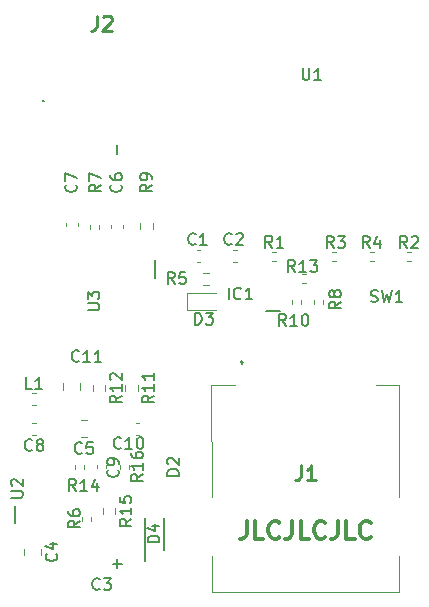
<source format=gbr>
%TF.GenerationSoftware,KiCad,Pcbnew,6.0.0-d3dd2cf0fa~116~ubuntu20.04.1*%
%TF.CreationDate,2022-01-26T20:55:18+01:00*%
%TF.ProjectId,han_to_wifi_board,68616e5f-746f-45f7-9769-66695f626f61,rev?*%
%TF.SameCoordinates,Original*%
%TF.FileFunction,Legend,Top*%
%TF.FilePolarity,Positive*%
%FSLAX46Y46*%
G04 Gerber Fmt 4.6, Leading zero omitted, Abs format (unit mm)*
G04 Created by KiCad (PCBNEW 6.0.0-d3dd2cf0fa~116~ubuntu20.04.1) date 2022-01-26 20:55:18*
%MOMM*%
%LPD*%
G01*
G04 APERTURE LIST*
%ADD10C,0.300000*%
%ADD11C,0.254000*%
%ADD12C,0.150000*%
%ADD13C,0.200000*%
%ADD14C,0.120000*%
%ADD15C,0.100000*%
G04 APERTURE END LIST*
D10*
X131652000Y-144974571D02*
X131652000Y-146046000D01*
X131580571Y-146260285D01*
X131437714Y-146403142D01*
X131223428Y-146474571D01*
X131080571Y-146474571D01*
X133080571Y-146474571D02*
X132366285Y-146474571D01*
X132366285Y-144974571D01*
X134437714Y-146331714D02*
X134366285Y-146403142D01*
X134152000Y-146474571D01*
X134009142Y-146474571D01*
X133794857Y-146403142D01*
X133652000Y-146260285D01*
X133580571Y-146117428D01*
X133509142Y-145831714D01*
X133509142Y-145617428D01*
X133580571Y-145331714D01*
X133652000Y-145188857D01*
X133794857Y-145046000D01*
X134009142Y-144974571D01*
X134152000Y-144974571D01*
X134366285Y-145046000D01*
X134437714Y-145117428D01*
X135509142Y-144974571D02*
X135509142Y-146046000D01*
X135437714Y-146260285D01*
X135294857Y-146403142D01*
X135080571Y-146474571D01*
X134937714Y-146474571D01*
X136937714Y-146474571D02*
X136223428Y-146474571D01*
X136223428Y-144974571D01*
X138294857Y-146331714D02*
X138223428Y-146403142D01*
X138009142Y-146474571D01*
X137866285Y-146474571D01*
X137652000Y-146403142D01*
X137509142Y-146260285D01*
X137437714Y-146117428D01*
X137366285Y-145831714D01*
X137366285Y-145617428D01*
X137437714Y-145331714D01*
X137509142Y-145188857D01*
X137652000Y-145046000D01*
X137866285Y-144974571D01*
X138009142Y-144974571D01*
X138223428Y-145046000D01*
X138294857Y-145117428D01*
X139366285Y-144974571D02*
X139366285Y-146046000D01*
X139294857Y-146260285D01*
X139152000Y-146403142D01*
X138937714Y-146474571D01*
X138794857Y-146474571D01*
X140794857Y-146474571D02*
X140080571Y-146474571D01*
X140080571Y-144974571D01*
X142152000Y-146331714D02*
X142080571Y-146403142D01*
X141866285Y-146474571D01*
X141723428Y-146474571D01*
X141509142Y-146403142D01*
X141366285Y-146260285D01*
X141294857Y-146117428D01*
X141223428Y-145831714D01*
X141223428Y-145617428D01*
X141294857Y-145331714D01*
X141366285Y-145188857D01*
X141509142Y-145046000D01*
X141723428Y-144974571D01*
X141866285Y-144974571D01*
X142080571Y-145046000D01*
X142152000Y-145117428D01*
D11*
%TO.C,J2*%
X118956666Y-102181523D02*
X118956666Y-103088666D01*
X118896190Y-103270095D01*
X118775238Y-103391047D01*
X118593809Y-103451523D01*
X118472857Y-103451523D01*
X119500952Y-102302476D02*
X119561428Y-102242000D01*
X119682380Y-102181523D01*
X119984761Y-102181523D01*
X120105714Y-102242000D01*
X120166190Y-102302476D01*
X120226666Y-102423428D01*
X120226666Y-102544380D01*
X120166190Y-102725809D01*
X119440476Y-103451523D01*
X120226666Y-103451523D01*
D12*
%TO.C,C3*%
X119213333Y-150725142D02*
X119165714Y-150772761D01*
X119022857Y-150820380D01*
X118927619Y-150820380D01*
X118784761Y-150772761D01*
X118689523Y-150677523D01*
X118641904Y-150582285D01*
X118594285Y-150391809D01*
X118594285Y-150248952D01*
X118641904Y-150058476D01*
X118689523Y-149963238D01*
X118784761Y-149868000D01*
X118927619Y-149820380D01*
X119022857Y-149820380D01*
X119165714Y-149868000D01*
X119213333Y-149915619D01*
X119546666Y-149820380D02*
X120165714Y-149820380D01*
X119832380Y-150201333D01*
X119975238Y-150201333D01*
X120070476Y-150248952D01*
X120118095Y-150296571D01*
X120165714Y-150391809D01*
X120165714Y-150629904D01*
X120118095Y-150725142D01*
X120070476Y-150772761D01*
X119975238Y-150820380D01*
X119689523Y-150820380D01*
X119594285Y-150772761D01*
X119546666Y-150725142D01*
X120721428Y-148970952D02*
X120721428Y-148209047D01*
X121102380Y-148590000D02*
X120340476Y-148590000D01*
X120721428Y-113918952D02*
X120721428Y-113157047D01*
%TO.C,IC1*%
X130138609Y-126207780D02*
X130138609Y-125207780D01*
X131186228Y-126112542D02*
X131138609Y-126160161D01*
X130995752Y-126207780D01*
X130900514Y-126207780D01*
X130757657Y-126160161D01*
X130662419Y-126064923D01*
X130614800Y-125969685D01*
X130567180Y-125779209D01*
X130567180Y-125636352D01*
X130614800Y-125445876D01*
X130662419Y-125350638D01*
X130757657Y-125255400D01*
X130900514Y-125207780D01*
X130995752Y-125207780D01*
X131138609Y-125255400D01*
X131186228Y-125303019D01*
X132138609Y-126207780D02*
X131567180Y-126207780D01*
X131852895Y-126207780D02*
X131852895Y-125207780D01*
X131757657Y-125350638D01*
X131662419Y-125445876D01*
X131567180Y-125493495D01*
%TO.C,SW1*%
X142176666Y-126388761D02*
X142319523Y-126436380D01*
X142557619Y-126436380D01*
X142652857Y-126388761D01*
X142700476Y-126341142D01*
X142748095Y-126245904D01*
X142748095Y-126150666D01*
X142700476Y-126055428D01*
X142652857Y-126007809D01*
X142557619Y-125960190D01*
X142367142Y-125912571D01*
X142271904Y-125864952D01*
X142224285Y-125817333D01*
X142176666Y-125722095D01*
X142176666Y-125626857D01*
X142224285Y-125531619D01*
X142271904Y-125484000D01*
X142367142Y-125436380D01*
X142605238Y-125436380D01*
X142748095Y-125484000D01*
X143081428Y-125436380D02*
X143319523Y-126436380D01*
X143510000Y-125722095D01*
X143700476Y-126436380D01*
X143938571Y-125436380D01*
X144843333Y-126436380D02*
X144271904Y-126436380D01*
X144557619Y-126436380D02*
X144557619Y-125436380D01*
X144462380Y-125579238D01*
X144367142Y-125674476D01*
X144271904Y-125722095D01*
%TO.C,U1*%
X136398095Y-106640380D02*
X136398095Y-107449904D01*
X136445714Y-107545142D01*
X136493333Y-107592761D01*
X136588571Y-107640380D01*
X136779047Y-107640380D01*
X136874285Y-107592761D01*
X136921904Y-107545142D01*
X136969523Y-107449904D01*
X136969523Y-106640380D01*
X137969523Y-107640380D02*
X137398095Y-107640380D01*
X137683809Y-107640380D02*
X137683809Y-106640380D01*
X137588571Y-106783238D01*
X137493333Y-106878476D01*
X137398095Y-106926095D01*
%TO.C,U3*%
X118197380Y-127126904D02*
X119006904Y-127126904D01*
X119102142Y-127079285D01*
X119149761Y-127031666D01*
X119197380Y-126936428D01*
X119197380Y-126745952D01*
X119149761Y-126650714D01*
X119102142Y-126603095D01*
X119006904Y-126555476D01*
X118197380Y-126555476D01*
X118197380Y-126174523D02*
X118197380Y-125555476D01*
X118578333Y-125888809D01*
X118578333Y-125745952D01*
X118625952Y-125650714D01*
X118673571Y-125603095D01*
X118768809Y-125555476D01*
X119006904Y-125555476D01*
X119102142Y-125603095D01*
X119149761Y-125650714D01*
X119197380Y-125745952D01*
X119197380Y-126031666D01*
X119149761Y-126126904D01*
X119102142Y-126174523D01*
%TO.C,C9*%
X120753142Y-140628666D02*
X120800761Y-140676285D01*
X120848380Y-140819142D01*
X120848380Y-140914380D01*
X120800761Y-141057238D01*
X120705523Y-141152476D01*
X120610285Y-141200095D01*
X120419809Y-141247714D01*
X120276952Y-141247714D01*
X120086476Y-141200095D01*
X119991238Y-141152476D01*
X119896000Y-141057238D01*
X119848380Y-140914380D01*
X119848380Y-140819142D01*
X119896000Y-140676285D01*
X119943619Y-140628666D01*
X120848380Y-140152476D02*
X120848380Y-139962000D01*
X120800761Y-139866761D01*
X120753142Y-139819142D01*
X120610285Y-139723904D01*
X120419809Y-139676285D01*
X120038857Y-139676285D01*
X119943619Y-139723904D01*
X119896000Y-139771523D01*
X119848380Y-139866761D01*
X119848380Y-140057238D01*
X119896000Y-140152476D01*
X119943619Y-140200095D01*
X120038857Y-140247714D01*
X120276952Y-140247714D01*
X120372190Y-140200095D01*
X120419809Y-140152476D01*
X120467428Y-140057238D01*
X120467428Y-139866761D01*
X120419809Y-139771523D01*
X120372190Y-139723904D01*
X120276952Y-139676285D01*
%TO.C,C10*%
X121023142Y-138787142D02*
X120975523Y-138834761D01*
X120832666Y-138882380D01*
X120737428Y-138882380D01*
X120594571Y-138834761D01*
X120499333Y-138739523D01*
X120451714Y-138644285D01*
X120404095Y-138453809D01*
X120404095Y-138310952D01*
X120451714Y-138120476D01*
X120499333Y-138025238D01*
X120594571Y-137930000D01*
X120737428Y-137882380D01*
X120832666Y-137882380D01*
X120975523Y-137930000D01*
X121023142Y-137977619D01*
X121975523Y-138882380D02*
X121404095Y-138882380D01*
X121689809Y-138882380D02*
X121689809Y-137882380D01*
X121594571Y-138025238D01*
X121499333Y-138120476D01*
X121404095Y-138168095D01*
X122594571Y-137882380D02*
X122689809Y-137882380D01*
X122785047Y-137930000D01*
X122832666Y-137977619D01*
X122880285Y-138072857D01*
X122927904Y-138263333D01*
X122927904Y-138501428D01*
X122880285Y-138691904D01*
X122832666Y-138787142D01*
X122785047Y-138834761D01*
X122689809Y-138882380D01*
X122594571Y-138882380D01*
X122499333Y-138834761D01*
X122451714Y-138787142D01*
X122404095Y-138691904D01*
X122356476Y-138501428D01*
X122356476Y-138263333D01*
X122404095Y-138072857D01*
X122451714Y-137977619D01*
X122499333Y-137930000D01*
X122594571Y-137882380D01*
%TO.C,C7*%
X117197142Y-116498666D02*
X117244761Y-116546285D01*
X117292380Y-116689142D01*
X117292380Y-116784380D01*
X117244761Y-116927238D01*
X117149523Y-117022476D01*
X117054285Y-117070095D01*
X116863809Y-117117714D01*
X116720952Y-117117714D01*
X116530476Y-117070095D01*
X116435238Y-117022476D01*
X116340000Y-116927238D01*
X116292380Y-116784380D01*
X116292380Y-116689142D01*
X116340000Y-116546285D01*
X116387619Y-116498666D01*
X116292380Y-116165333D02*
X116292380Y-115498666D01*
X117292380Y-115927238D01*
%TO.C,C6*%
X121007142Y-116498666D02*
X121054761Y-116546285D01*
X121102380Y-116689142D01*
X121102380Y-116784380D01*
X121054761Y-116927238D01*
X120959523Y-117022476D01*
X120864285Y-117070095D01*
X120673809Y-117117714D01*
X120530952Y-117117714D01*
X120340476Y-117070095D01*
X120245238Y-117022476D01*
X120150000Y-116927238D01*
X120102380Y-116784380D01*
X120102380Y-116689142D01*
X120150000Y-116546285D01*
X120197619Y-116498666D01*
X120102380Y-115641523D02*
X120102380Y-115832000D01*
X120150000Y-115927238D01*
X120197619Y-115974857D01*
X120340476Y-116070095D01*
X120530952Y-116117714D01*
X120911904Y-116117714D01*
X121007142Y-116070095D01*
X121054761Y-116022476D01*
X121102380Y-115927238D01*
X121102380Y-115736761D01*
X121054761Y-115641523D01*
X121007142Y-115593904D01*
X120911904Y-115546285D01*
X120673809Y-115546285D01*
X120578571Y-115593904D01*
X120530952Y-115641523D01*
X120483333Y-115736761D01*
X120483333Y-115927238D01*
X120530952Y-116022476D01*
X120578571Y-116070095D01*
X120673809Y-116117714D01*
%TO.C,C2*%
X130389333Y-121515142D02*
X130341714Y-121562761D01*
X130198857Y-121610380D01*
X130103619Y-121610380D01*
X129960761Y-121562761D01*
X129865523Y-121467523D01*
X129817904Y-121372285D01*
X129770285Y-121181809D01*
X129770285Y-121038952D01*
X129817904Y-120848476D01*
X129865523Y-120753238D01*
X129960761Y-120658000D01*
X130103619Y-120610380D01*
X130198857Y-120610380D01*
X130341714Y-120658000D01*
X130389333Y-120705619D01*
X130770285Y-120705619D02*
X130817904Y-120658000D01*
X130913142Y-120610380D01*
X131151238Y-120610380D01*
X131246476Y-120658000D01*
X131294095Y-120705619D01*
X131341714Y-120800857D01*
X131341714Y-120896095D01*
X131294095Y-121038952D01*
X130722666Y-121610380D01*
X131341714Y-121610380D01*
%TO.C,C1*%
X127341333Y-121515142D02*
X127293714Y-121562761D01*
X127150857Y-121610380D01*
X127055619Y-121610380D01*
X126912761Y-121562761D01*
X126817523Y-121467523D01*
X126769904Y-121372285D01*
X126722285Y-121181809D01*
X126722285Y-121038952D01*
X126769904Y-120848476D01*
X126817523Y-120753238D01*
X126912761Y-120658000D01*
X127055619Y-120610380D01*
X127150857Y-120610380D01*
X127293714Y-120658000D01*
X127341333Y-120705619D01*
X128293714Y-121610380D02*
X127722285Y-121610380D01*
X128008000Y-121610380D02*
X128008000Y-120610380D01*
X127912761Y-120753238D01*
X127817523Y-120848476D01*
X127722285Y-120896095D01*
%TO.C,C8*%
X113498333Y-138947142D02*
X113450714Y-138994761D01*
X113307857Y-139042380D01*
X113212619Y-139042380D01*
X113069761Y-138994761D01*
X112974523Y-138899523D01*
X112926904Y-138804285D01*
X112879285Y-138613809D01*
X112879285Y-138470952D01*
X112926904Y-138280476D01*
X112974523Y-138185238D01*
X113069761Y-138090000D01*
X113212619Y-138042380D01*
X113307857Y-138042380D01*
X113450714Y-138090000D01*
X113498333Y-138137619D01*
X114069761Y-138470952D02*
X113974523Y-138423333D01*
X113926904Y-138375714D01*
X113879285Y-138280476D01*
X113879285Y-138232857D01*
X113926904Y-138137619D01*
X113974523Y-138090000D01*
X114069761Y-138042380D01*
X114260238Y-138042380D01*
X114355476Y-138090000D01*
X114403095Y-138137619D01*
X114450714Y-138232857D01*
X114450714Y-138280476D01*
X114403095Y-138375714D01*
X114355476Y-138423333D01*
X114260238Y-138470952D01*
X114069761Y-138470952D01*
X113974523Y-138518571D01*
X113926904Y-138566190D01*
X113879285Y-138661428D01*
X113879285Y-138851904D01*
X113926904Y-138947142D01*
X113974523Y-138994761D01*
X114069761Y-139042380D01*
X114260238Y-139042380D01*
X114355476Y-138994761D01*
X114403095Y-138947142D01*
X114450714Y-138851904D01*
X114450714Y-138661428D01*
X114403095Y-138566190D01*
X114355476Y-138518571D01*
X114260238Y-138470952D01*
%TO.C,C4*%
X115546142Y-147740666D02*
X115593761Y-147788285D01*
X115641380Y-147931142D01*
X115641380Y-148026380D01*
X115593761Y-148169238D01*
X115498523Y-148264476D01*
X115403285Y-148312095D01*
X115212809Y-148359714D01*
X115069952Y-148359714D01*
X114879476Y-148312095D01*
X114784238Y-148264476D01*
X114689000Y-148169238D01*
X114641380Y-148026380D01*
X114641380Y-147931142D01*
X114689000Y-147788285D01*
X114736619Y-147740666D01*
X114974714Y-146883523D02*
X115641380Y-146883523D01*
X114593761Y-147121619D02*
X115308047Y-147359714D01*
X115308047Y-146740666D01*
%TO.C,C5*%
X117710833Y-139197142D02*
X117663214Y-139244761D01*
X117520357Y-139292380D01*
X117425119Y-139292380D01*
X117282261Y-139244761D01*
X117187023Y-139149523D01*
X117139404Y-139054285D01*
X117091785Y-138863809D01*
X117091785Y-138720952D01*
X117139404Y-138530476D01*
X117187023Y-138435238D01*
X117282261Y-138340000D01*
X117425119Y-138292380D01*
X117520357Y-138292380D01*
X117663214Y-138340000D01*
X117710833Y-138387619D01*
X118615595Y-138292380D02*
X118139404Y-138292380D01*
X118091785Y-138768571D01*
X118139404Y-138720952D01*
X118234642Y-138673333D01*
X118472738Y-138673333D01*
X118567976Y-138720952D01*
X118615595Y-138768571D01*
X118663214Y-138863809D01*
X118663214Y-139101904D01*
X118615595Y-139197142D01*
X118567976Y-139244761D01*
X118472738Y-139292380D01*
X118234642Y-139292380D01*
X118139404Y-139244761D01*
X118091785Y-139197142D01*
%TO.C,C11*%
X117467142Y-131421142D02*
X117419523Y-131468761D01*
X117276666Y-131516380D01*
X117181428Y-131516380D01*
X117038571Y-131468761D01*
X116943333Y-131373523D01*
X116895714Y-131278285D01*
X116848095Y-131087809D01*
X116848095Y-130944952D01*
X116895714Y-130754476D01*
X116943333Y-130659238D01*
X117038571Y-130564000D01*
X117181428Y-130516380D01*
X117276666Y-130516380D01*
X117419523Y-130564000D01*
X117467142Y-130611619D01*
X118419523Y-131516380D02*
X117848095Y-131516380D01*
X118133809Y-131516380D02*
X118133809Y-130516380D01*
X118038571Y-130659238D01*
X117943333Y-130754476D01*
X117848095Y-130802095D01*
X119371904Y-131516380D02*
X118800476Y-131516380D01*
X119086190Y-131516380D02*
X119086190Y-130516380D01*
X118990952Y-130659238D01*
X118895714Y-130754476D01*
X118800476Y-130802095D01*
%TO.C,D2*%
X125928380Y-141135595D02*
X124928380Y-141135595D01*
X124928380Y-140897500D01*
X124976000Y-140754642D01*
X125071238Y-140659404D01*
X125166476Y-140611785D01*
X125356952Y-140564166D01*
X125499809Y-140564166D01*
X125690285Y-140611785D01*
X125785523Y-140659404D01*
X125880761Y-140754642D01*
X125928380Y-140897500D01*
X125928380Y-141135595D01*
X125023619Y-140183214D02*
X124976000Y-140135595D01*
X124928380Y-140040357D01*
X124928380Y-139802261D01*
X124976000Y-139707023D01*
X125023619Y-139659404D01*
X125118857Y-139611785D01*
X125214095Y-139611785D01*
X125356952Y-139659404D01*
X125928380Y-140230833D01*
X125928380Y-139611785D01*
%TO.C,L1*%
X113498333Y-133802380D02*
X113022142Y-133802380D01*
X113022142Y-132802380D01*
X114355476Y-133802380D02*
X113784047Y-133802380D01*
X114069761Y-133802380D02*
X114069761Y-132802380D01*
X113974523Y-132945238D01*
X113879285Y-133040476D01*
X113784047Y-133088095D01*
%TO.C,D3*%
X127277904Y-128341380D02*
X127277904Y-127341380D01*
X127516000Y-127341380D01*
X127658857Y-127389000D01*
X127754095Y-127484238D01*
X127801714Y-127579476D01*
X127849333Y-127769952D01*
X127849333Y-127912809D01*
X127801714Y-128103285D01*
X127754095Y-128198523D01*
X127658857Y-128293761D01*
X127516000Y-128341380D01*
X127277904Y-128341380D01*
X128182666Y-127341380D02*
X128801714Y-127341380D01*
X128468380Y-127722333D01*
X128611238Y-127722333D01*
X128706476Y-127769952D01*
X128754095Y-127817571D01*
X128801714Y-127912809D01*
X128801714Y-128150904D01*
X128754095Y-128246142D01*
X128706476Y-128293761D01*
X128611238Y-128341380D01*
X128325523Y-128341380D01*
X128230285Y-128293761D01*
X128182666Y-128246142D01*
%TO.C,U2*%
X111720380Y-143001904D02*
X112529904Y-143001904D01*
X112625142Y-142954285D01*
X112672761Y-142906666D01*
X112720380Y-142811428D01*
X112720380Y-142620952D01*
X112672761Y-142525714D01*
X112625142Y-142478095D01*
X112529904Y-142430476D01*
X111720380Y-142430476D01*
X111815619Y-142001904D02*
X111768000Y-141954285D01*
X111720380Y-141859047D01*
X111720380Y-141620952D01*
X111768000Y-141525714D01*
X111815619Y-141478095D01*
X111910857Y-141430476D01*
X112006095Y-141430476D01*
X112148952Y-141478095D01*
X112720380Y-142049523D01*
X112720380Y-141430476D01*
%TO.C,D4*%
X124277380Y-146788095D02*
X123277380Y-146788095D01*
X123277380Y-146550000D01*
X123325000Y-146407142D01*
X123420238Y-146311904D01*
X123515476Y-146264285D01*
X123705952Y-146216666D01*
X123848809Y-146216666D01*
X124039285Y-146264285D01*
X124134523Y-146311904D01*
X124229761Y-146407142D01*
X124277380Y-146550000D01*
X124277380Y-146788095D01*
X123610714Y-145359523D02*
X124277380Y-145359523D01*
X123229761Y-145597619D02*
X123944047Y-145835714D01*
X123944047Y-145216666D01*
D11*
%TO.C,J1*%
X136228666Y-140274523D02*
X136228666Y-141181666D01*
X136168190Y-141363095D01*
X136047238Y-141484047D01*
X135865809Y-141544523D01*
X135744857Y-141544523D01*
X137498666Y-141544523D02*
X136772952Y-141544523D01*
X137135809Y-141544523D02*
X137135809Y-140274523D01*
X137014857Y-140455952D01*
X136893904Y-140576904D01*
X136772952Y-140637380D01*
D12*
%TO.C,R16*%
X122880380Y-141015357D02*
X122404190Y-141348690D01*
X122880380Y-141586785D02*
X121880380Y-141586785D01*
X121880380Y-141205833D01*
X121928000Y-141110595D01*
X121975619Y-141062976D01*
X122070857Y-141015357D01*
X122213714Y-141015357D01*
X122308952Y-141062976D01*
X122356571Y-141110595D01*
X122404190Y-141205833D01*
X122404190Y-141586785D01*
X122880380Y-140062976D02*
X122880380Y-140634404D01*
X122880380Y-140348690D02*
X121880380Y-140348690D01*
X122023238Y-140443928D01*
X122118476Y-140539166D01*
X122166095Y-140634404D01*
X121880380Y-139205833D02*
X121880380Y-139396309D01*
X121928000Y-139491547D01*
X121975619Y-139539166D01*
X122118476Y-139634404D01*
X122308952Y-139682023D01*
X122689904Y-139682023D01*
X122785142Y-139634404D01*
X122832761Y-139586785D01*
X122880380Y-139491547D01*
X122880380Y-139301071D01*
X122832761Y-139205833D01*
X122785142Y-139158214D01*
X122689904Y-139110595D01*
X122451809Y-139110595D01*
X122356571Y-139158214D01*
X122308952Y-139205833D01*
X122261333Y-139301071D01*
X122261333Y-139491547D01*
X122308952Y-139586785D01*
X122356571Y-139634404D01*
X122451809Y-139682023D01*
%TO.C,R14*%
X117213142Y-142438380D02*
X116879809Y-141962190D01*
X116641714Y-142438380D02*
X116641714Y-141438380D01*
X117022666Y-141438380D01*
X117117904Y-141486000D01*
X117165523Y-141533619D01*
X117213142Y-141628857D01*
X117213142Y-141771714D01*
X117165523Y-141866952D01*
X117117904Y-141914571D01*
X117022666Y-141962190D01*
X116641714Y-141962190D01*
X118165523Y-142438380D02*
X117594095Y-142438380D01*
X117879809Y-142438380D02*
X117879809Y-141438380D01*
X117784571Y-141581238D01*
X117689333Y-141676476D01*
X117594095Y-141724095D01*
X119022666Y-141771714D02*
X119022666Y-142438380D01*
X118784571Y-141390761D02*
X118546476Y-142105047D01*
X119165523Y-142105047D01*
%TO.C,R13*%
X135755142Y-123896380D02*
X135421809Y-123420190D01*
X135183714Y-123896380D02*
X135183714Y-122896380D01*
X135564666Y-122896380D01*
X135659904Y-122944000D01*
X135707523Y-122991619D01*
X135755142Y-123086857D01*
X135755142Y-123229714D01*
X135707523Y-123324952D01*
X135659904Y-123372571D01*
X135564666Y-123420190D01*
X135183714Y-123420190D01*
X136707523Y-123896380D02*
X136136095Y-123896380D01*
X136421809Y-123896380D02*
X136421809Y-122896380D01*
X136326571Y-123039238D01*
X136231333Y-123134476D01*
X136136095Y-123182095D01*
X137040857Y-122896380D02*
X137659904Y-122896380D01*
X137326571Y-123277333D01*
X137469428Y-123277333D01*
X137564666Y-123324952D01*
X137612285Y-123372571D01*
X137659904Y-123467809D01*
X137659904Y-123705904D01*
X137612285Y-123801142D01*
X137564666Y-123848761D01*
X137469428Y-123896380D01*
X137183714Y-123896380D01*
X137088476Y-123848761D01*
X137040857Y-123801142D01*
%TO.C,R10*%
X134993142Y-128468380D02*
X134659809Y-127992190D01*
X134421714Y-128468380D02*
X134421714Y-127468380D01*
X134802666Y-127468380D01*
X134897904Y-127516000D01*
X134945523Y-127563619D01*
X134993142Y-127658857D01*
X134993142Y-127801714D01*
X134945523Y-127896952D01*
X134897904Y-127944571D01*
X134802666Y-127992190D01*
X134421714Y-127992190D01*
X135945523Y-128468380D02*
X135374095Y-128468380D01*
X135659809Y-128468380D02*
X135659809Y-127468380D01*
X135564571Y-127611238D01*
X135469333Y-127706476D01*
X135374095Y-127754095D01*
X136564571Y-127468380D02*
X136659809Y-127468380D01*
X136755047Y-127516000D01*
X136802666Y-127563619D01*
X136850285Y-127658857D01*
X136897904Y-127849333D01*
X136897904Y-128087428D01*
X136850285Y-128277904D01*
X136802666Y-128373142D01*
X136755047Y-128420761D01*
X136659809Y-128468380D01*
X136564571Y-128468380D01*
X136469333Y-128420761D01*
X136421714Y-128373142D01*
X136374095Y-128277904D01*
X136326476Y-128087428D01*
X136326476Y-127849333D01*
X136374095Y-127658857D01*
X136421714Y-127563619D01*
X136469333Y-127516000D01*
X136564571Y-127468380D01*
%TO.C,R7*%
X119324380Y-116498666D02*
X118848190Y-116832000D01*
X119324380Y-117070095D02*
X118324380Y-117070095D01*
X118324380Y-116689142D01*
X118372000Y-116593904D01*
X118419619Y-116546285D01*
X118514857Y-116498666D01*
X118657714Y-116498666D01*
X118752952Y-116546285D01*
X118800571Y-116593904D01*
X118848190Y-116689142D01*
X118848190Y-117070095D01*
X118324380Y-116165333D02*
X118324380Y-115498666D01*
X119324380Y-115927238D01*
%TO.C,R6*%
X117546380Y-144946666D02*
X117070190Y-145280000D01*
X117546380Y-145518095D02*
X116546380Y-145518095D01*
X116546380Y-145137142D01*
X116594000Y-145041904D01*
X116641619Y-144994285D01*
X116736857Y-144946666D01*
X116879714Y-144946666D01*
X116974952Y-144994285D01*
X117022571Y-145041904D01*
X117070190Y-145137142D01*
X117070190Y-145518095D01*
X116546380Y-144089523D02*
X116546380Y-144280000D01*
X116594000Y-144375238D01*
X116641619Y-144422857D01*
X116784476Y-144518095D01*
X116974952Y-144565714D01*
X117355904Y-144565714D01*
X117451142Y-144518095D01*
X117498761Y-144470476D01*
X117546380Y-144375238D01*
X117546380Y-144184761D01*
X117498761Y-144089523D01*
X117451142Y-144041904D01*
X117355904Y-143994285D01*
X117117809Y-143994285D01*
X117022571Y-144041904D01*
X116974952Y-144089523D01*
X116927333Y-144184761D01*
X116927333Y-144375238D01*
X116974952Y-144470476D01*
X117022571Y-144518095D01*
X117117809Y-144565714D01*
%TO.C,R4*%
X142073333Y-121864380D02*
X141740000Y-121388190D01*
X141501904Y-121864380D02*
X141501904Y-120864380D01*
X141882857Y-120864380D01*
X141978095Y-120912000D01*
X142025714Y-120959619D01*
X142073333Y-121054857D01*
X142073333Y-121197714D01*
X142025714Y-121292952D01*
X141978095Y-121340571D01*
X141882857Y-121388190D01*
X141501904Y-121388190D01*
X142930476Y-121197714D02*
X142930476Y-121864380D01*
X142692380Y-120816761D02*
X142454285Y-121531047D01*
X143073333Y-121531047D01*
%TO.C,R1*%
X133818333Y-121837380D02*
X133485000Y-121361190D01*
X133246904Y-121837380D02*
X133246904Y-120837380D01*
X133627857Y-120837380D01*
X133723095Y-120885000D01*
X133770714Y-120932619D01*
X133818333Y-121027857D01*
X133818333Y-121170714D01*
X133770714Y-121265952D01*
X133723095Y-121313571D01*
X133627857Y-121361190D01*
X133246904Y-121361190D01*
X134770714Y-121837380D02*
X134199285Y-121837380D01*
X134485000Y-121837380D02*
X134485000Y-120837380D01*
X134389761Y-120980238D01*
X134294523Y-121075476D01*
X134199285Y-121123095D01*
%TO.C,R2*%
X145248333Y-121864380D02*
X144915000Y-121388190D01*
X144676904Y-121864380D02*
X144676904Y-120864380D01*
X145057857Y-120864380D01*
X145153095Y-120912000D01*
X145200714Y-120959619D01*
X145248333Y-121054857D01*
X145248333Y-121197714D01*
X145200714Y-121292952D01*
X145153095Y-121340571D01*
X145057857Y-121388190D01*
X144676904Y-121388190D01*
X145629285Y-120959619D02*
X145676904Y-120912000D01*
X145772142Y-120864380D01*
X146010238Y-120864380D01*
X146105476Y-120912000D01*
X146153095Y-120959619D01*
X146200714Y-121054857D01*
X146200714Y-121150095D01*
X146153095Y-121292952D01*
X145581666Y-121864380D01*
X146200714Y-121864380D01*
%TO.C,R3*%
X139025333Y-121864380D02*
X138692000Y-121388190D01*
X138453904Y-121864380D02*
X138453904Y-120864380D01*
X138834857Y-120864380D01*
X138930095Y-120912000D01*
X138977714Y-120959619D01*
X139025333Y-121054857D01*
X139025333Y-121197714D01*
X138977714Y-121292952D01*
X138930095Y-121340571D01*
X138834857Y-121388190D01*
X138453904Y-121388190D01*
X139358666Y-120864380D02*
X139977714Y-120864380D01*
X139644380Y-121245333D01*
X139787238Y-121245333D01*
X139882476Y-121292952D01*
X139930095Y-121340571D01*
X139977714Y-121435809D01*
X139977714Y-121673904D01*
X139930095Y-121769142D01*
X139882476Y-121816761D01*
X139787238Y-121864380D01*
X139501523Y-121864380D01*
X139406285Y-121816761D01*
X139358666Y-121769142D01*
%TO.C,R8*%
X139644380Y-126404666D02*
X139168190Y-126738000D01*
X139644380Y-126976095D02*
X138644380Y-126976095D01*
X138644380Y-126595142D01*
X138692000Y-126499904D01*
X138739619Y-126452285D01*
X138834857Y-126404666D01*
X138977714Y-126404666D01*
X139072952Y-126452285D01*
X139120571Y-126499904D01*
X139168190Y-126595142D01*
X139168190Y-126976095D01*
X139072952Y-125833238D02*
X139025333Y-125928476D01*
X138977714Y-125976095D01*
X138882476Y-126023714D01*
X138834857Y-126023714D01*
X138739619Y-125976095D01*
X138692000Y-125928476D01*
X138644380Y-125833238D01*
X138644380Y-125642761D01*
X138692000Y-125547523D01*
X138739619Y-125499904D01*
X138834857Y-125452285D01*
X138882476Y-125452285D01*
X138977714Y-125499904D01*
X139025333Y-125547523D01*
X139072952Y-125642761D01*
X139072952Y-125833238D01*
X139120571Y-125928476D01*
X139168190Y-125976095D01*
X139263428Y-126023714D01*
X139453904Y-126023714D01*
X139549142Y-125976095D01*
X139596761Y-125928476D01*
X139644380Y-125833238D01*
X139644380Y-125642761D01*
X139596761Y-125547523D01*
X139549142Y-125499904D01*
X139453904Y-125452285D01*
X139263428Y-125452285D01*
X139168190Y-125499904D01*
X139120571Y-125547523D01*
X139072952Y-125642761D01*
%TO.C,R5*%
X125563333Y-124912380D02*
X125230000Y-124436190D01*
X124991904Y-124912380D02*
X124991904Y-123912380D01*
X125372857Y-123912380D01*
X125468095Y-123960000D01*
X125515714Y-124007619D01*
X125563333Y-124102857D01*
X125563333Y-124245714D01*
X125515714Y-124340952D01*
X125468095Y-124388571D01*
X125372857Y-124436190D01*
X124991904Y-124436190D01*
X126468095Y-123912380D02*
X125991904Y-123912380D01*
X125944285Y-124388571D01*
X125991904Y-124340952D01*
X126087142Y-124293333D01*
X126325238Y-124293333D01*
X126420476Y-124340952D01*
X126468095Y-124388571D01*
X126515714Y-124483809D01*
X126515714Y-124721904D01*
X126468095Y-124817142D01*
X126420476Y-124864761D01*
X126325238Y-124912380D01*
X126087142Y-124912380D01*
X125991904Y-124864761D01*
X125944285Y-124817142D01*
%TO.C,R9*%
X123642380Y-116498666D02*
X123166190Y-116832000D01*
X123642380Y-117070095D02*
X122642380Y-117070095D01*
X122642380Y-116689142D01*
X122690000Y-116593904D01*
X122737619Y-116546285D01*
X122832857Y-116498666D01*
X122975714Y-116498666D01*
X123070952Y-116546285D01*
X123118571Y-116593904D01*
X123166190Y-116689142D01*
X123166190Y-117070095D01*
X123642380Y-116022476D02*
X123642380Y-115832000D01*
X123594761Y-115736761D01*
X123547142Y-115689142D01*
X123404285Y-115593904D01*
X123213809Y-115546285D01*
X122832857Y-115546285D01*
X122737619Y-115593904D01*
X122690000Y-115641523D01*
X122642380Y-115736761D01*
X122642380Y-115927238D01*
X122690000Y-116022476D01*
X122737619Y-116070095D01*
X122832857Y-116117714D01*
X123070952Y-116117714D01*
X123166190Y-116070095D01*
X123213809Y-116022476D01*
X123261428Y-115927238D01*
X123261428Y-115736761D01*
X123213809Y-115641523D01*
X123166190Y-115593904D01*
X123070952Y-115546285D01*
%TO.C,R11*%
X123802380Y-134350357D02*
X123326190Y-134683690D01*
X123802380Y-134921785D02*
X122802380Y-134921785D01*
X122802380Y-134540833D01*
X122850000Y-134445595D01*
X122897619Y-134397976D01*
X122992857Y-134350357D01*
X123135714Y-134350357D01*
X123230952Y-134397976D01*
X123278571Y-134445595D01*
X123326190Y-134540833D01*
X123326190Y-134921785D01*
X123802380Y-133397976D02*
X123802380Y-133969404D01*
X123802380Y-133683690D02*
X122802380Y-133683690D01*
X122945238Y-133778928D01*
X123040476Y-133874166D01*
X123088095Y-133969404D01*
X123802380Y-132445595D02*
X123802380Y-133017023D01*
X123802380Y-132731309D02*
X122802380Y-132731309D01*
X122945238Y-132826547D01*
X123040476Y-132921785D01*
X123088095Y-133017023D01*
%TO.C,R12*%
X121067380Y-134350357D02*
X120591190Y-134683690D01*
X121067380Y-134921785D02*
X120067380Y-134921785D01*
X120067380Y-134540833D01*
X120115000Y-134445595D01*
X120162619Y-134397976D01*
X120257857Y-134350357D01*
X120400714Y-134350357D01*
X120495952Y-134397976D01*
X120543571Y-134445595D01*
X120591190Y-134540833D01*
X120591190Y-134921785D01*
X121067380Y-133397976D02*
X121067380Y-133969404D01*
X121067380Y-133683690D02*
X120067380Y-133683690D01*
X120210238Y-133778928D01*
X120305476Y-133874166D01*
X120353095Y-133969404D01*
X120162619Y-133017023D02*
X120115000Y-132969404D01*
X120067380Y-132874166D01*
X120067380Y-132636071D01*
X120115000Y-132540833D01*
X120162619Y-132493214D01*
X120257857Y-132445595D01*
X120353095Y-132445595D01*
X120495952Y-132493214D01*
X121067380Y-133064642D01*
X121067380Y-132445595D01*
%TO.C,R15*%
X121897380Y-144787857D02*
X121421190Y-145121190D01*
X121897380Y-145359285D02*
X120897380Y-145359285D01*
X120897380Y-144978333D01*
X120945000Y-144883095D01*
X120992619Y-144835476D01*
X121087857Y-144787857D01*
X121230714Y-144787857D01*
X121325952Y-144835476D01*
X121373571Y-144883095D01*
X121421190Y-144978333D01*
X121421190Y-145359285D01*
X121897380Y-143835476D02*
X121897380Y-144406904D01*
X121897380Y-144121190D02*
X120897380Y-144121190D01*
X121040238Y-144216428D01*
X121135476Y-144311666D01*
X121183095Y-144406904D01*
X120897380Y-142930714D02*
X120897380Y-143406904D01*
X121373571Y-143454523D01*
X121325952Y-143406904D01*
X121278333Y-143311666D01*
X121278333Y-143073571D01*
X121325952Y-142978333D01*
X121373571Y-142930714D01*
X121468809Y-142883095D01*
X121706904Y-142883095D01*
X121802142Y-142930714D01*
X121849761Y-142978333D01*
X121897380Y-143073571D01*
X121897380Y-143311666D01*
X121849761Y-143406904D01*
X121802142Y-143454523D01*
D13*
%TO.C,J2*%
X114380000Y-109423000D02*
X114380000Y-109423000D01*
X114380000Y-109423000D02*
X114380000Y-109423000D01*
X114480000Y-109423000D02*
X114480000Y-109423000D01*
X114380000Y-109423000D02*
G75*
G03*
X114480000Y-109423000I50000J0D01*
G01*
X114480000Y-109423000D02*
G75*
G03*
X114380000Y-109423000I-50000J0D01*
G01*
X114380000Y-109423000D02*
G75*
G03*
X114480000Y-109423000I50000J0D01*
G01*
%TO.C,IC1*%
X134527500Y-127230000D02*
X133327500Y-127230000D01*
%TO.C,U3*%
X123865000Y-122865000D02*
X123865000Y-124415000D01*
D14*
%TO.C,C9*%
X119740000Y-140219165D02*
X119740000Y-140450835D01*
X119020000Y-140219165D02*
X119020000Y-140450835D01*
%TO.C,C10*%
X122274420Y-136650000D02*
X122555580Y-136650000D01*
X122274420Y-137670000D02*
X122555580Y-137670000D01*
%TO.C,C7*%
X116330000Y-119734420D02*
X116330000Y-120015580D01*
X117350000Y-119734420D02*
X117350000Y-120015580D01*
%TO.C,C6*%
X121160000Y-120155580D02*
X121160000Y-119874420D01*
X120140000Y-120155580D02*
X120140000Y-119874420D01*
%TO.C,C2*%
X130529420Y-123065000D02*
X130810580Y-123065000D01*
X130529420Y-122045000D02*
X130810580Y-122045000D01*
%TO.C,C1*%
X127738080Y-122045000D02*
X127456920Y-122045000D01*
X127738080Y-123065000D02*
X127456920Y-123065000D01*
%TO.C,C8*%
X113811267Y-137670000D02*
X113518733Y-137670000D01*
X113811267Y-136650000D02*
X113518733Y-136650000D01*
%TO.C,C4*%
X112803000Y-147835252D02*
X112803000Y-147312748D01*
X114273000Y-147835252D02*
X114273000Y-147312748D01*
%TO.C,C5*%
X118138752Y-137895000D02*
X117616248Y-137895000D01*
X118138752Y-136425000D02*
X117616248Y-136425000D01*
%TO.C,C11*%
X116105000Y-133321248D02*
X116105000Y-133843752D01*
X117575000Y-133321248D02*
X117575000Y-133843752D01*
D15*
%TO.C,D2*%
X124510000Y-141662500D02*
G75*
G03*
X124510000Y-141662500I-50000J0D01*
G01*
D14*
%TO.C,L1*%
X113502221Y-134110000D02*
X113827779Y-134110000D01*
X113502221Y-135130000D02*
X113827779Y-135130000D01*
%TO.C,D3*%
X129032500Y-125630000D02*
X126572500Y-125630000D01*
X126572500Y-125630000D02*
X126572500Y-127100000D01*
X126572500Y-127100000D02*
X129032500Y-127100000D01*
D13*
%TO.C,U2*%
X112050000Y-145140000D02*
X112050000Y-143740000D01*
%TO.C,D4*%
X124625000Y-147395000D02*
X124625000Y-144705000D01*
X123025000Y-148375000D02*
X123025000Y-144705000D01*
D15*
%TO.C,J1*%
X128707000Y-150982000D02*
X128707000Y-147943000D01*
X144597000Y-150982000D02*
X128707000Y-150982000D01*
X144597000Y-147943000D02*
X144597000Y-150982000D01*
X144597000Y-133443000D02*
X144597000Y-142943000D01*
X142652000Y-133443000D02*
X144597000Y-133443000D01*
X128652000Y-133443000D02*
X128707000Y-142943000D01*
X130652000Y-133443000D02*
X128652000Y-133443000D01*
D13*
X131252000Y-131642000D02*
X131252000Y-131642000D01*
X131252000Y-131443000D02*
X131252000Y-131443000D01*
X131252000Y-131443000D02*
G75*
G03*
X131252000Y-131642000I0J-99500D01*
G01*
X131252000Y-131642000D02*
G75*
G03*
X131252000Y-131443000I0J99500D01*
G01*
D14*
%TO.C,R16*%
X121665000Y-140204879D02*
X121665000Y-140540121D01*
X120905000Y-140204879D02*
X120905000Y-140540121D01*
%TO.C,R14*%
X117855000Y-140204879D02*
X117855000Y-140540121D01*
X117095000Y-140204879D02*
X117095000Y-140540121D01*
%TO.C,R13*%
X136655121Y-124840000D02*
X136319879Y-124840000D01*
X136655121Y-124080000D02*
X136319879Y-124080000D01*
%TO.C,R10*%
X136232500Y-126234879D02*
X136232500Y-126570121D01*
X135472500Y-126234879D02*
X135472500Y-126570121D01*
%TO.C,R7*%
X118365000Y-120220121D02*
X118365000Y-119884879D01*
X119125000Y-120220121D02*
X119125000Y-119884879D01*
%TO.C,R6*%
X117730000Y-144985121D02*
X117730000Y-144649879D01*
X118490000Y-144985121D02*
X118490000Y-144649879D01*
%TO.C,R4*%
X142407621Y-122935000D02*
X142072379Y-122935000D01*
X142407621Y-122175000D02*
X142072379Y-122175000D01*
%TO.C,R1*%
X133817379Y-122935000D02*
X134152621Y-122935000D01*
X133817379Y-122175000D02*
X134152621Y-122175000D01*
%TO.C,R2*%
X145582621Y-122175000D02*
X145247379Y-122175000D01*
X145582621Y-122935000D02*
X145247379Y-122935000D01*
%TO.C,R3*%
X139232621Y-122175000D02*
X138897379Y-122175000D01*
X139232621Y-122935000D02*
X138897379Y-122935000D01*
%TO.C,R8*%
X138137500Y-126234879D02*
X138137500Y-126570121D01*
X137377500Y-126234879D02*
X137377500Y-126570121D01*
%TO.C,R5*%
X128449724Y-123937500D02*
X127940276Y-123937500D01*
X128449724Y-124982500D02*
X127940276Y-124982500D01*
%TO.C,R9*%
X123712500Y-120269724D02*
X123712500Y-119760276D01*
X122667500Y-120269724D02*
X122667500Y-119760276D01*
%TO.C,R11*%
X121397500Y-133452776D02*
X121397500Y-133962224D01*
X122442500Y-133452776D02*
X122442500Y-133962224D01*
%TO.C,R12*%
X118662500Y-133452776D02*
X118662500Y-133962224D01*
X119707500Y-133452776D02*
X119707500Y-133962224D01*
%TO.C,R15*%
X120537500Y-143890276D02*
X120537500Y-144399724D01*
X119492500Y-143890276D02*
X119492500Y-144399724D01*
%TD*%
M02*

</source>
